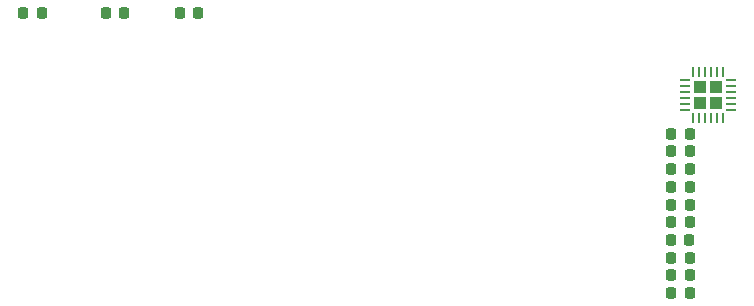
<source format=gbr>
%TF.GenerationSoftware,KiCad,Pcbnew,6.0.1-79c1e3a40b~116~ubuntu21.10.1*%
%TF.CreationDate,2022-03-13T19:18:57-06:00*%
%TF.ProjectId,Macropad,4d616372-6f70-4616-942e-6b696361645f,rev?*%
%TF.SameCoordinates,Original*%
%TF.FileFunction,Paste,Top*%
%TF.FilePolarity,Positive*%
%FSLAX46Y46*%
G04 Gerber Fmt 4.6, Leading zero omitted, Abs format (unit mm)*
G04 Created by KiCad (PCBNEW 6.0.1-79c1e3a40b~116~ubuntu21.10.1) date 2022-03-13 19:18:57*
%MOMM*%
%LPD*%
G01*
G04 APERTURE LIST*
G04 Aperture macros list*
%AMRoundRect*
0 Rectangle with rounded corners*
0 $1 Rounding radius*
0 $2 $3 $4 $5 $6 $7 $8 $9 X,Y pos of 4 corners*
0 Add a 4 corners polygon primitive as box body*
4,1,4,$2,$3,$4,$5,$6,$7,$8,$9,$2,$3,0*
0 Add four circle primitives for the rounded corners*
1,1,$1+$1,$2,$3*
1,1,$1+$1,$4,$5*
1,1,$1+$1,$6,$7*
1,1,$1+$1,$8,$9*
0 Add four rect primitives between the rounded corners*
20,1,$1+$1,$2,$3,$4,$5,0*
20,1,$1+$1,$4,$5,$6,$7,0*
20,1,$1+$1,$6,$7,$8,$9,0*
20,1,$1+$1,$8,$9,$2,$3,0*%
G04 Aperture macros list end*
%ADD10RoundRect,0.062500X-0.062500X-0.350000X0.062500X-0.350000X0.062500X0.350000X-0.062500X0.350000X0*%
%ADD11RoundRect,0.062500X-0.350000X-0.062500X0.350000X-0.062500X0.350000X0.062500X-0.350000X0.062500X0*%
%ADD12RoundRect,0.250000X-0.295000X-0.295000X0.295000X-0.295000X0.295000X0.295000X-0.295000X0.295000X0*%
%ADD13RoundRect,0.218750X0.218750X0.256250X-0.218750X0.256250X-0.218750X-0.256250X0.218750X-0.256250X0*%
%ADD14RoundRect,0.225000X0.225000X0.250000X-0.225000X0.250000X-0.225000X-0.250000X0.225000X-0.250000X0*%
%ADD15RoundRect,0.225000X-0.225000X-0.250000X0.225000X-0.250000X0.225000X0.250000X-0.225000X0.250000X0*%
G04 APERTURE END LIST*
D10*
%TO.C,U2*%
X132910920Y-41187500D03*
X133410920Y-41187500D03*
X133910920Y-41187500D03*
X134410920Y-41187500D03*
X134910920Y-41187500D03*
X135410920Y-41187500D03*
D11*
X136123420Y-41900000D03*
X136123420Y-42400000D03*
X136123420Y-42900000D03*
X136123420Y-43400000D03*
X136123420Y-43900000D03*
X136123420Y-44400000D03*
D10*
X135410920Y-45112500D03*
X134910920Y-45112500D03*
X134410920Y-45112500D03*
X133910920Y-45112500D03*
X133410920Y-45112500D03*
X132910920Y-45112500D03*
D11*
X132198420Y-44400000D03*
X132198420Y-43900000D03*
X132198420Y-43400000D03*
X132198420Y-42900000D03*
X132198420Y-42400000D03*
X132198420Y-41900000D03*
D12*
X134835920Y-42475000D03*
X134835920Y-43825000D03*
X133485920Y-42475000D03*
X133485920Y-43825000D03*
%TD*%
D13*
%TO.C,D35*%
X131012500Y-59900000D03*
X132587500Y-59900000D03*
%TD*%
%TO.C,D34*%
X131012500Y-58400000D03*
X132587500Y-58400000D03*
%TD*%
%TO.C,D33*%
X131012500Y-56900000D03*
X132587500Y-56900000D03*
%TD*%
%TO.C,D32*%
X131000000Y-55400000D03*
X132575000Y-55400000D03*
%TD*%
%TO.C,D31*%
X131012500Y-53900000D03*
X132587500Y-53900000D03*
%TD*%
%TO.C,D30*%
X131012500Y-52400000D03*
X132587500Y-52400000D03*
%TD*%
%TO.C,D29*%
X131012500Y-50900000D03*
X132587500Y-50900000D03*
%TD*%
%TO.C,D28*%
X131012500Y-49400000D03*
X132587500Y-49400000D03*
%TD*%
%TO.C,D27*%
X131012500Y-47900000D03*
X132587500Y-47900000D03*
%TD*%
%TO.C,D26*%
X131012500Y-46400000D03*
X132587500Y-46400000D03*
%TD*%
D14*
%TO.C,C3*%
X84725000Y-36150000D03*
X83175000Y-36150000D03*
%TD*%
D15*
%TO.C,C4*%
X89425000Y-36150000D03*
X90975000Y-36150000D03*
%TD*%
%TO.C,C2*%
X76175000Y-36150000D03*
X77725000Y-36150000D03*
%TD*%
M02*

</source>
